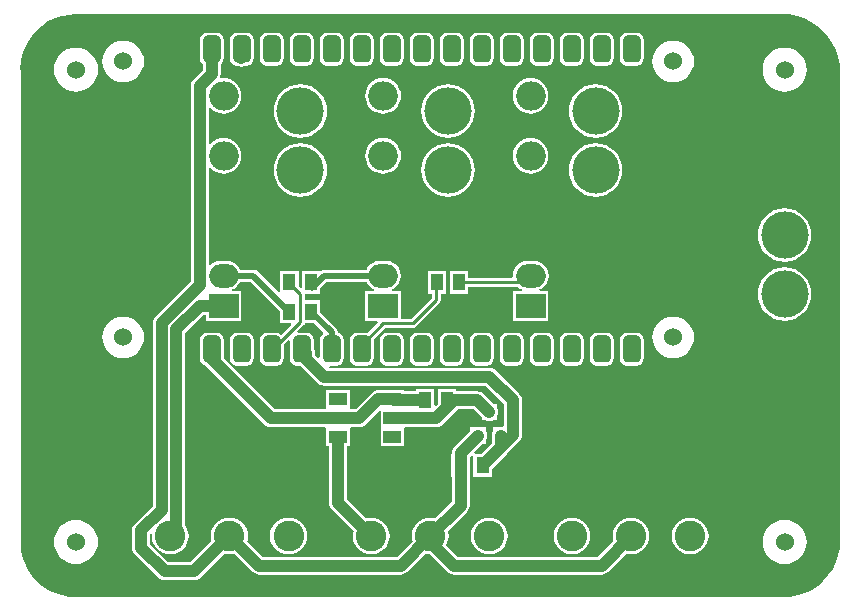
<source format=gtl>
G04*
G04 #@! TF.GenerationSoftware,Altium Limited,CircuitMaker,2.2.0 (2.2.0.5)*
G04*
G04 Layer_Physical_Order=1*
G04 Layer_Color=25308*
%FSLAX25Y25*%
%MOIN*%
G70*
G04*
G04 #@! TF.SameCoordinates,81B0039B-3CC0-4BB0-BBFD-AD45440123D6*
G04*
G04*
G04 #@! TF.FilePolarity,Positive*
G04*
G01*
G75*
%ADD10C,0.00984*%
%ADD13R,0.04134X0.05709*%
%ADD14R,0.03150X0.03543*%
%ADD15R,0.05905X0.03937*%
%ADD23C,0.06000*%
%ADD27C,0.03937*%
%ADD28C,0.01968*%
%ADD29R,0.09842X0.07874*%
%ADD30O,0.09842X0.07874*%
%ADD31O,0.09842X0.09842*%
G04:AMPARAMS|DCode=32|XSize=60mil|YSize=90mil|CornerRadius=15mil|HoleSize=0mil|Usage=FLASHONLY|Rotation=0.000|XOffset=0mil|YOffset=0mil|HoleType=Round|Shape=RoundedRectangle|*
%AMROUNDEDRECTD32*
21,1,0.06000,0.06000,0,0,0.0*
21,1,0.03000,0.09000,0,0,0.0*
1,1,0.03000,0.01500,-0.03000*
1,1,0.03000,-0.01500,-0.03000*
1,1,0.03000,-0.01500,0.03000*
1,1,0.03000,0.01500,0.03000*
%
%ADD32ROUNDEDRECTD32*%
%ADD33C,0.15748*%
%ADD34C,0.10236*%
G36*
X354272Y313718D02*
X354272Y313718D01*
X354272Y313718D01*
X355890Y313612D01*
X358390Y313115D01*
X360804Y312296D01*
X363090Y311168D01*
X365210Y309752D01*
X367126Y308071D01*
X368807Y306155D01*
X370223Y304035D01*
X371351Y301749D01*
X372170Y299335D01*
X372667Y296835D01*
X372834Y294291D01*
X372773Y293366D01*
X372773Y293366D01*
X372795Y293265D01*
Y137795D01*
X372815Y137696D01*
X372698Y135901D01*
X372211Y133452D01*
X371408Y131088D01*
X370304Y128849D01*
X368917Y126774D01*
X367271Y124897D01*
X365394Y123251D01*
X363319Y121864D01*
X361080Y120760D01*
X358716Y119958D01*
X356268Y119471D01*
X353777Y119307D01*
X353217Y119344D01*
Y119344D01*
X352728Y119331D01*
X118110D01*
X118061Y119321D01*
X115698Y119476D01*
X113328Y119947D01*
X111039Y120724D01*
X108871Y121793D01*
X106862Y123136D01*
X105044Y124730D01*
X103451Y126547D01*
X102108Y128556D01*
X101039Y130724D01*
X100262Y133013D01*
X99791Y135383D01*
X99665Y137299D01*
X99646Y137795D01*
X99646Y137795D01*
X99646Y138288D01*
Y295276D01*
X99636Y295325D01*
X99791Y297687D01*
X100262Y300058D01*
X101039Y302347D01*
X102108Y304515D01*
X103451Y306524D01*
X105044Y308341D01*
X106862Y309935D01*
X108871Y311278D01*
X111039Y312347D01*
X113328Y313124D01*
X115698Y313595D01*
X117618Y313721D01*
X118110Y313740D01*
Y313740D01*
X118110Y313740D01*
X354251D01*
X354272Y313718D01*
D02*
G37*
%LPC*%
G36*
X304886Y307518D02*
X301886D01*
X300910Y307324D01*
X300083Y306771D01*
X299531Y305944D01*
X299337Y304969D01*
Y298969D01*
X299531Y297993D01*
X300083Y297166D01*
X300910Y296614D01*
X301886Y296420D01*
X304886D01*
X305861Y296614D01*
X306688Y297166D01*
X307241Y297993D01*
X307435Y298969D01*
Y304969D01*
X307241Y305944D01*
X306688Y306771D01*
X305861Y307324D01*
X304886Y307518D01*
D02*
G37*
G36*
X294886D02*
X291886D01*
X290910Y307324D01*
X290083Y306771D01*
X289531Y305944D01*
X289337Y304969D01*
Y298969D01*
X289531Y297993D01*
X290083Y297166D01*
X290910Y296614D01*
X291886Y296420D01*
X294886D01*
X295861Y296614D01*
X296688Y297166D01*
X297241Y297993D01*
X297435Y298969D01*
Y304969D01*
X297241Y305944D01*
X296688Y306771D01*
X295861Y307324D01*
X294886Y307518D01*
D02*
G37*
G36*
X284886D02*
X281886D01*
X280910Y307324D01*
X280083Y306771D01*
X279531Y305944D01*
X279337Y304969D01*
Y298969D01*
X279531Y297993D01*
X280083Y297166D01*
X280910Y296614D01*
X281886Y296420D01*
X284886D01*
X285861Y296614D01*
X286688Y297166D01*
X287241Y297993D01*
X287435Y298969D01*
Y304969D01*
X287241Y305944D01*
X286688Y306771D01*
X285861Y307324D01*
X284886Y307518D01*
D02*
G37*
G36*
X274886D02*
X271886D01*
X270910Y307324D01*
X270083Y306771D01*
X269531Y305944D01*
X269337Y304969D01*
Y298969D01*
X269531Y297993D01*
X270083Y297166D01*
X270910Y296614D01*
X271886Y296420D01*
X274886D01*
X275861Y296614D01*
X276688Y297166D01*
X277241Y297993D01*
X277435Y298969D01*
Y304969D01*
X277241Y305944D01*
X276688Y306771D01*
X275861Y307324D01*
X274886Y307518D01*
D02*
G37*
G36*
X264886D02*
X261886D01*
X260910Y307324D01*
X260083Y306771D01*
X259531Y305944D01*
X259337Y304969D01*
Y298969D01*
X259531Y297993D01*
X260083Y297166D01*
X260910Y296614D01*
X261886Y296420D01*
X264886D01*
X265861Y296614D01*
X266688Y297166D01*
X267241Y297993D01*
X267435Y298969D01*
Y304969D01*
X267241Y305944D01*
X266688Y306771D01*
X265861Y307324D01*
X264886Y307518D01*
D02*
G37*
G36*
X254886D02*
X251886D01*
X250910Y307324D01*
X250083Y306771D01*
X249531Y305944D01*
X249337Y304969D01*
Y298969D01*
X249531Y297993D01*
X250083Y297166D01*
X250910Y296614D01*
X251886Y296420D01*
X254886D01*
X255861Y296614D01*
X256688Y297166D01*
X257241Y297993D01*
X257435Y298969D01*
Y304969D01*
X257241Y305944D01*
X256688Y306771D01*
X255861Y307324D01*
X254886Y307518D01*
D02*
G37*
G36*
X244886D02*
X241886D01*
X240910Y307324D01*
X240083Y306771D01*
X239531Y305944D01*
X239337Y304969D01*
Y298969D01*
X239531Y297993D01*
X240083Y297166D01*
X240910Y296614D01*
X241886Y296420D01*
X244886D01*
X245861Y296614D01*
X246688Y297166D01*
X247241Y297993D01*
X247435Y298969D01*
Y304969D01*
X247241Y305944D01*
X246688Y306771D01*
X245861Y307324D01*
X244886Y307518D01*
D02*
G37*
G36*
X234886D02*
X231886D01*
X230910Y307324D01*
X230083Y306771D01*
X229531Y305944D01*
X229337Y304969D01*
Y298969D01*
X229531Y297993D01*
X230083Y297166D01*
X230910Y296614D01*
X231886Y296420D01*
X234886D01*
X235861Y296614D01*
X236688Y297166D01*
X237241Y297993D01*
X237435Y298969D01*
Y304969D01*
X237241Y305944D01*
X236688Y306771D01*
X235861Y307324D01*
X234886Y307518D01*
D02*
G37*
G36*
X224886D02*
X221886D01*
X220910Y307324D01*
X220083Y306771D01*
X219531Y305944D01*
X219337Y304969D01*
Y298969D01*
X219531Y297993D01*
X220083Y297166D01*
X220910Y296614D01*
X221886Y296420D01*
X224886D01*
X225861Y296614D01*
X226688Y297166D01*
X227241Y297993D01*
X227435Y298969D01*
Y304969D01*
X227241Y305944D01*
X226688Y306771D01*
X225861Y307324D01*
X224886Y307518D01*
D02*
G37*
G36*
X214886D02*
X211886D01*
X210910Y307324D01*
X210083Y306771D01*
X209531Y305944D01*
X209337Y304969D01*
Y298969D01*
X209531Y297993D01*
X210083Y297166D01*
X210910Y296614D01*
X211886Y296420D01*
X214886D01*
X215861Y296614D01*
X216688Y297166D01*
X217241Y297993D01*
X217435Y298969D01*
Y304969D01*
X217241Y305944D01*
X216688Y306771D01*
X215861Y307324D01*
X214886Y307518D01*
D02*
G37*
G36*
X204886D02*
X201886D01*
X200910Y307324D01*
X200083Y306771D01*
X199531Y305944D01*
X199337Y304969D01*
Y298969D01*
X199531Y297993D01*
X200083Y297166D01*
X200910Y296614D01*
X201886Y296420D01*
X204886D01*
X205861Y296614D01*
X206688Y297166D01*
X207241Y297993D01*
X207435Y298969D01*
Y304969D01*
X207241Y305944D01*
X206688Y306771D01*
X205861Y307324D01*
X204886Y307518D01*
D02*
G37*
G36*
X194886D02*
X191886D01*
X190910Y307324D01*
X190083Y306771D01*
X189531Y305944D01*
X189337Y304969D01*
Y298969D01*
X189531Y297993D01*
X190083Y297166D01*
X190910Y296614D01*
X191886Y296420D01*
X194886D01*
X195861Y296614D01*
X196688Y297166D01*
X197241Y297993D01*
X197435Y298969D01*
Y304969D01*
X197241Y305944D01*
X196688Y306771D01*
X195861Y307324D01*
X194886Y307518D01*
D02*
G37*
G36*
X184886D02*
X181886D01*
X180910Y307324D01*
X180083Y306771D01*
X179531Y305944D01*
X179337Y304969D01*
Y298969D01*
X179531Y297993D01*
X180083Y297166D01*
X180910Y296614D01*
X181886Y296420D01*
X184886D01*
X185861Y296614D01*
X186688Y297166D01*
X187241Y297993D01*
X187435Y298969D01*
Y304969D01*
X187241Y305944D01*
X186688Y306771D01*
X185861Y307324D01*
X184886Y307518D01*
D02*
G37*
G36*
X174886D02*
X171886D01*
X170910Y307324D01*
X170083Y306771D01*
X169531Y305944D01*
X169337Y304969D01*
Y298969D01*
X169531Y297993D01*
X170083Y297166D01*
X170910Y296614D01*
X171886Y296420D01*
X172214D01*
X172453Y296321D01*
X173228Y296218D01*
X174003Y296321D01*
X174242Y296420D01*
X174886D01*
X175861Y296614D01*
X176688Y297166D01*
X177241Y297993D01*
X177435Y298969D01*
Y304969D01*
X177241Y305944D01*
X176688Y306771D01*
X175861Y307324D01*
X174886Y307518D01*
D02*
G37*
G36*
X317165Y304892D02*
X315812Y304758D01*
X314510Y304363D01*
X313310Y303722D01*
X312259Y302859D01*
X311396Y301808D01*
X310755Y300608D01*
X310360Y299307D01*
X310226Y297953D01*
X310360Y296599D01*
X310755Y295297D01*
X311396Y294098D01*
X312259Y293046D01*
X313310Y292183D01*
X314510Y291542D01*
X315812Y291147D01*
X317165Y291014D01*
X318519Y291147D01*
X319821Y291542D01*
X321020Y292183D01*
X322072Y293046D01*
X322935Y294098D01*
X323576Y295297D01*
X323971Y296599D01*
X324104Y297953D01*
X323971Y299307D01*
X323576Y300608D01*
X322935Y301808D01*
X322072Y302859D01*
X321020Y303722D01*
X319821Y304363D01*
X318519Y304758D01*
X317165Y304892D01*
D02*
G37*
G36*
X133858D02*
X132504Y304758D01*
X131203Y304363D01*
X130003Y303722D01*
X128952Y302859D01*
X128089Y301808D01*
X127447Y300608D01*
X127053Y299307D01*
X126919Y297953D01*
X127053Y296599D01*
X127447Y295297D01*
X128089Y294098D01*
X128952Y293046D01*
X130003Y292183D01*
X131203Y291542D01*
X132504Y291147D01*
X133858Y291014D01*
X135212Y291147D01*
X136514Y291542D01*
X137713Y292183D01*
X138765Y293046D01*
X139628Y294098D01*
X140269Y295297D01*
X140664Y296599D01*
X140797Y297953D01*
X140664Y299307D01*
X140269Y300608D01*
X139628Y301808D01*
X138765Y302859D01*
X137713Y303722D01*
X136514Y304363D01*
X135212Y304758D01*
X133858Y304892D01*
D02*
G37*
G36*
X354331Y302610D02*
X352900Y302469D01*
X351524Y302052D01*
X350256Y301374D01*
X349145Y300462D01*
X348232Y299350D01*
X347555Y298082D01*
X347137Y296707D01*
X346996Y295276D01*
X347137Y293845D01*
X347555Y292469D01*
X348232Y291201D01*
X349145Y290089D01*
X350256Y289177D01*
X351524Y288499D01*
X352900Y288082D01*
X354331Y287941D01*
X355762Y288082D01*
X357138Y288499D01*
X358406Y289177D01*
X359517Y290089D01*
X360429Y291201D01*
X361107Y292469D01*
X361524Y293845D01*
X361665Y295276D01*
X361524Y296707D01*
X361107Y298082D01*
X360429Y299350D01*
X359517Y300462D01*
X358406Y301374D01*
X357138Y302052D01*
X355762Y302469D01*
X354331Y302610D01*
D02*
G37*
G36*
X118110D02*
X116679Y302469D01*
X115303Y302052D01*
X114035Y301374D01*
X112924Y300462D01*
X112012Y299350D01*
X111334Y298082D01*
X110917Y296707D01*
X110776Y295276D01*
X110917Y293845D01*
X111334Y292469D01*
X112012Y291201D01*
X112924Y290089D01*
X114035Y289177D01*
X115303Y288499D01*
X116679Y288082D01*
X118110Y287941D01*
X119541Y288082D01*
X120917Y288499D01*
X122185Y289177D01*
X123296Y290089D01*
X124209Y291201D01*
X124886Y292469D01*
X125304Y293845D01*
X125445Y295276D01*
X125304Y296707D01*
X124886Y298082D01*
X124209Y299350D01*
X123296Y300462D01*
X122185Y301374D01*
X120917Y302052D01*
X119541Y302469D01*
X118110Y302610D01*
D02*
G37*
G36*
X269685Y292485D02*
X268524Y292371D01*
X267408Y292032D01*
X266379Y291483D01*
X265478Y290743D01*
X264738Y289841D01*
X264188Y288812D01*
X263849Y287696D01*
X263735Y286535D01*
X263849Y285375D01*
X264188Y284259D01*
X264738Y283230D01*
X265478Y282328D01*
X266379Y281588D01*
X267408Y281038D01*
X268524Y280700D01*
X269685Y280586D01*
X270846Y280700D01*
X271962Y281038D01*
X272991Y281588D01*
X273892Y282328D01*
X274632Y283230D01*
X275182Y284259D01*
X275521Y285375D01*
X275635Y286535D01*
X275521Y287696D01*
X275182Y288812D01*
X274632Y289841D01*
X273892Y290743D01*
X272991Y291483D01*
X271962Y292032D01*
X270846Y292371D01*
X269685Y292485D01*
D02*
G37*
G36*
X220472D02*
X219312Y292371D01*
X218196Y292032D01*
X217167Y291483D01*
X216265Y290743D01*
X215525Y289841D01*
X214975Y288812D01*
X214637Y287696D01*
X214523Y286535D01*
X214637Y285375D01*
X214975Y284259D01*
X215525Y283230D01*
X216265Y282328D01*
X217167Y281588D01*
X218196Y281038D01*
X219312Y280700D01*
X220472Y280586D01*
X221633Y280700D01*
X222749Y281038D01*
X223778Y281588D01*
X224680Y282328D01*
X225420Y283230D01*
X225969Y284259D01*
X226308Y285375D01*
X226422Y286535D01*
X226308Y287696D01*
X225969Y288812D01*
X225420Y289841D01*
X224680Y290743D01*
X223778Y291483D01*
X222749Y292032D01*
X221633Y292371D01*
X220472Y292485D01*
D02*
G37*
G36*
X164886Y307518D02*
X161886D01*
X160910Y307324D01*
X160083Y306771D01*
X159531Y305944D01*
X159337Y304969D01*
Y298969D01*
X159531Y297993D01*
X160083Y297166D01*
X160392Y296960D01*
Y294996D01*
X157316Y291921D01*
X156840Y291301D01*
X156541Y290578D01*
X156439Y289804D01*
Y224742D01*
X144521Y212824D01*
X144045Y212204D01*
X143746Y211481D01*
X143644Y210706D01*
Y149846D01*
X137647Y143849D01*
X137171Y143229D01*
X136872Y142507D01*
X136770Y141732D01*
Y135827D01*
X136872Y135052D01*
X137171Y134330D01*
X137647Y133710D01*
X145521Y125836D01*
X146141Y125360D01*
X146863Y125061D01*
X147638Y124959D01*
X157480D01*
X158255Y125061D01*
X158977Y125360D01*
X159598Y125836D01*
X167635Y133873D01*
X168092Y133734D01*
X169291Y133616D01*
X170491Y133734D01*
X170948Y133873D01*
X177017Y127804D01*
X177637Y127328D01*
X178359Y127029D01*
X179134Y126927D01*
X226378D01*
X227153Y127029D01*
X227875Y127328D01*
X228495Y127804D01*
X234564Y133873D01*
X235021Y133734D01*
X236159Y133622D01*
X241977Y127804D01*
X242597Y127328D01*
X243320Y127029D01*
X244094Y126927D01*
X293307D01*
X294082Y127029D01*
X294804Y127328D01*
X295424Y127804D01*
X301493Y133873D01*
X301950Y133734D01*
X303150Y133616D01*
X304349Y133734D01*
X305502Y134084D01*
X306565Y134652D01*
X307497Y135417D01*
X308261Y136348D01*
X308829Y137411D01*
X309179Y138564D01*
X309297Y139764D01*
X309179Y140963D01*
X308829Y142116D01*
X308261Y143179D01*
X307497Y144111D01*
X306565Y144875D01*
X305502Y145443D01*
X304349Y145793D01*
X303150Y145912D01*
X301950Y145793D01*
X300797Y145443D01*
X299734Y144875D01*
X298802Y144111D01*
X298038Y143179D01*
X297470Y142116D01*
X297120Y140963D01*
X297002Y139764D01*
X297120Y138564D01*
X297259Y138107D01*
X292067Y132915D01*
X245335D01*
X241530Y136720D01*
X241900Y137411D01*
X242250Y138564D01*
X242368Y139764D01*
X242250Y140963D01*
X242111Y141420D01*
X248475Y147784D01*
X248951Y148405D01*
X249250Y149127D01*
X249352Y149902D01*
Y159531D01*
X249425D01*
Y166254D01*
X250075Y166903D01*
X250575Y166696D01*
Y159531D01*
X256709D01*
Y162218D01*
X261763Y167273D01*
X265897Y171406D01*
X266372Y172027D01*
X266672Y172749D01*
X266774Y173524D01*
Y185039D01*
X266672Y185814D01*
X266372Y186536D01*
X265897Y187156D01*
X258023Y195030D01*
X257403Y195506D01*
X256680Y195806D01*
X255906Y195907D01*
X202552D01*
X202544Y195920D01*
X202811Y196420D01*
X204886D01*
X205861Y196614D01*
X206688Y197166D01*
X207241Y197993D01*
X207435Y198969D01*
Y204969D01*
X207241Y205944D01*
X206688Y206771D01*
X205861Y207324D01*
X205409Y207413D01*
Y207736D01*
X205255Y208510D01*
X204816Y209167D01*
X199622Y214361D01*
Y218421D01*
X194435D01*
Y220472D01*
X194503Y220555D01*
X196160D01*
X196850Y220418D01*
X197541Y220555D01*
X199622D01*
Y222352D01*
X201783Y224512D01*
X214982D01*
X215176Y224046D01*
X215967Y223014D01*
X216998Y222223D01*
X217603Y221972D01*
X217504Y221472D01*
X214551D01*
Y211598D01*
X218636D01*
X218828Y211137D01*
X215155Y207464D01*
X214886Y207518D01*
X211886D01*
X210910Y207324D01*
X210083Y206771D01*
X209531Y205944D01*
X209337Y204969D01*
Y198969D01*
X209531Y197993D01*
X210083Y197166D01*
X210910Y196614D01*
X211886Y196420D01*
X214886D01*
X215861Y196614D01*
X216688Y197166D01*
X217241Y197993D01*
X217435Y198969D01*
Y204969D01*
X217356Y205362D01*
X221103Y209109D01*
X230315D01*
X230897Y209224D01*
X231391Y209554D01*
X239265Y217428D01*
X239265Y217428D01*
X239595Y217922D01*
X239710Y218504D01*
X239710Y218504D01*
Y220555D01*
X241551D01*
Y228264D01*
X235417D01*
Y220555D01*
X236668D01*
Y219134D01*
X229685Y212151D01*
X226394D01*
Y221472D01*
X223441D01*
X223342Y221972D01*
X223946Y222223D01*
X224978Y223014D01*
X225769Y224046D01*
X226267Y225247D01*
X226436Y226535D01*
X226267Y227824D01*
X225769Y229025D01*
X224978Y230057D01*
X223946Y230848D01*
X222745Y231345D01*
X221457Y231515D01*
X219488D01*
X218199Y231345D01*
X216998Y230848D01*
X215967Y230057D01*
X215176Y229025D01*
X214982Y228559D01*
X200945D01*
X200171Y228405D01*
X199810Y228163D01*
X199622Y228264D01*
Y228264D01*
X193488D01*
Y222702D01*
X193026Y222511D01*
X192339Y223199D01*
Y228264D01*
X186205D01*
Y221202D01*
X185705Y220995D01*
X178734Y227966D01*
X178077Y228405D01*
X177303Y228559D01*
X172813D01*
X172620Y229025D01*
X171828Y230057D01*
X170797Y230848D01*
X169596Y231345D01*
X168307Y231515D01*
X166339D01*
X165050Y231345D01*
X163849Y230848D01*
X162927Y230141D01*
X162427Y230304D01*
Y262425D01*
X162898Y262593D01*
X163116Y262328D01*
X164017Y261588D01*
X165046Y261038D01*
X166162Y260700D01*
X167323Y260585D01*
X168484Y260700D01*
X169600Y261038D01*
X170628Y261588D01*
X171530Y262328D01*
X172270Y263230D01*
X172820Y264259D01*
X173158Y265375D01*
X173273Y266535D01*
X173158Y267696D01*
X172820Y268812D01*
X172270Y269841D01*
X171530Y270743D01*
X170628Y271483D01*
X169600Y272032D01*
X168484Y272371D01*
X167323Y272485D01*
X166162Y272371D01*
X165046Y272032D01*
X164017Y271483D01*
X163116Y270743D01*
X162898Y270477D01*
X162427Y270646D01*
Y282425D01*
X162898Y282593D01*
X163116Y282328D01*
X164017Y281588D01*
X165046Y281038D01*
X166162Y280700D01*
X167323Y280586D01*
X168484Y280700D01*
X169600Y281038D01*
X170628Y281588D01*
X171530Y282328D01*
X172270Y283230D01*
X172820Y284259D01*
X173158Y285375D01*
X173273Y286535D01*
X173158Y287696D01*
X172820Y288812D01*
X172270Y289841D01*
X171530Y290743D01*
X170628Y291483D01*
X169600Y292032D01*
X168484Y292371D01*
X167323Y292485D01*
X166584Y292412D01*
X166236Y292881D01*
X166278Y292981D01*
X166380Y293756D01*
Y296960D01*
X166688Y297166D01*
X167241Y297993D01*
X167435Y298969D01*
Y304969D01*
X167241Y305944D01*
X166688Y306771D01*
X165861Y307324D01*
X164886Y307518D01*
D02*
G37*
G36*
X291339Y290413D02*
X289599Y290242D01*
X287926Y289734D01*
X286385Y288910D01*
X285033Y287801D01*
X283924Y286450D01*
X283100Y284908D01*
X282593Y283236D01*
X282422Y281496D01*
X282593Y279756D01*
X283100Y278084D01*
X283924Y276542D01*
X285033Y275191D01*
X286385Y274082D01*
X287926Y273258D01*
X289599Y272750D01*
X291339Y272579D01*
X293078Y272750D01*
X294751Y273258D01*
X296293Y274082D01*
X297644Y275191D01*
X298753Y276542D01*
X299577Y278084D01*
X300084Y279756D01*
X300255Y281496D01*
X300084Y283236D01*
X299577Y284908D01*
X298753Y286450D01*
X297644Y287801D01*
X296293Y288910D01*
X294751Y289734D01*
X293078Y290242D01*
X291339Y290413D01*
D02*
G37*
G36*
X242126D02*
X240386Y290242D01*
X238714Y289734D01*
X237172Y288910D01*
X235821Y287801D01*
X234712Y286450D01*
X233888Y284908D01*
X233380Y283236D01*
X233209Y281496D01*
X233380Y279756D01*
X233888Y278084D01*
X234712Y276542D01*
X235821Y275191D01*
X237172Y274082D01*
X238714Y273258D01*
X240386Y272750D01*
X242126Y272579D01*
X243866Y272750D01*
X245538Y273258D01*
X247080Y274082D01*
X248431Y275191D01*
X249540Y276542D01*
X250364Y278084D01*
X250872Y279756D01*
X251043Y281496D01*
X250872Y283236D01*
X250364Y284908D01*
X249540Y286450D01*
X248431Y287801D01*
X247080Y288910D01*
X245538Y289734D01*
X243866Y290242D01*
X242126Y290413D01*
D02*
G37*
G36*
X192913D02*
X191174Y290242D01*
X189501Y289734D01*
X187959Y288910D01*
X186608Y287801D01*
X185499Y286450D01*
X184675Y284908D01*
X184168Y283236D01*
X183996Y281496D01*
X184168Y279756D01*
X184675Y278084D01*
X185499Y276542D01*
X186608Y275191D01*
X187959Y274082D01*
X189501Y273258D01*
X191174Y272750D01*
X192913Y272579D01*
X194653Y272750D01*
X196326Y273258D01*
X197867Y274082D01*
X199219Y275191D01*
X200328Y276542D01*
X201152Y278084D01*
X201659Y279756D01*
X201830Y281496D01*
X201659Y283236D01*
X201152Y284908D01*
X200328Y286450D01*
X199219Y287801D01*
X197867Y288910D01*
X196326Y289734D01*
X194653Y290242D01*
X192913Y290413D01*
D02*
G37*
G36*
X269685Y272485D02*
X268524Y272371D01*
X267408Y272032D01*
X266379Y271483D01*
X265478Y270743D01*
X264738Y269841D01*
X264188Y268812D01*
X263849Y267696D01*
X263735Y266535D01*
X263849Y265375D01*
X264188Y264259D01*
X264738Y263230D01*
X265478Y262328D01*
X266379Y261588D01*
X267408Y261038D01*
X268524Y260700D01*
X269685Y260585D01*
X270846Y260700D01*
X271962Y261038D01*
X272991Y261588D01*
X273892Y262328D01*
X274632Y263230D01*
X275182Y264259D01*
X275521Y265375D01*
X275635Y266535D01*
X275521Y267696D01*
X275182Y268812D01*
X274632Y269841D01*
X273892Y270743D01*
X272991Y271483D01*
X271962Y272032D01*
X270846Y272371D01*
X269685Y272485D01*
D02*
G37*
G36*
X220472D02*
X219312Y272371D01*
X218196Y272032D01*
X217167Y271483D01*
X216265Y270743D01*
X215525Y269841D01*
X214975Y268812D01*
X214637Y267696D01*
X214523Y266535D01*
X214637Y265375D01*
X214975Y264259D01*
X215525Y263230D01*
X216265Y262328D01*
X217167Y261588D01*
X218196Y261038D01*
X219312Y260700D01*
X220472Y260585D01*
X221633Y260700D01*
X222749Y261038D01*
X223778Y261588D01*
X224680Y262328D01*
X225420Y263230D01*
X225969Y264259D01*
X226308Y265375D01*
X226422Y266535D01*
X226308Y267696D01*
X225969Y268812D01*
X225420Y269841D01*
X224680Y270743D01*
X223778Y271483D01*
X222749Y272032D01*
X221633Y272371D01*
X220472Y272485D01*
D02*
G37*
G36*
X291339Y270728D02*
X289599Y270557D01*
X287926Y270049D01*
X286385Y269225D01*
X285033Y268116D01*
X283924Y266765D01*
X283100Y265223D01*
X282593Y263551D01*
X282422Y261811D01*
X282593Y260071D01*
X283100Y258399D01*
X283924Y256857D01*
X285033Y255506D01*
X286385Y254397D01*
X287926Y253573D01*
X289599Y253065D01*
X291339Y252894D01*
X293078Y253065D01*
X294751Y253573D01*
X296293Y254397D01*
X297644Y255506D01*
X298753Y256857D01*
X299577Y258399D01*
X300084Y260071D01*
X300255Y261811D01*
X300084Y263551D01*
X299577Y265223D01*
X298753Y266765D01*
X297644Y268116D01*
X296293Y269225D01*
X294751Y270049D01*
X293078Y270557D01*
X291339Y270728D01*
D02*
G37*
G36*
X242126D02*
X240386Y270557D01*
X238714Y270049D01*
X237172Y269225D01*
X235821Y268116D01*
X234712Y266765D01*
X233888Y265223D01*
X233380Y263551D01*
X233209Y261811D01*
X233380Y260071D01*
X233888Y258399D01*
X234712Y256857D01*
X235821Y255506D01*
X237172Y254397D01*
X238714Y253573D01*
X240386Y253065D01*
X242126Y252894D01*
X243866Y253065D01*
X245538Y253573D01*
X247080Y254397D01*
X248431Y255506D01*
X249540Y256857D01*
X250364Y258399D01*
X250872Y260071D01*
X251043Y261811D01*
X250872Y263551D01*
X250364Y265223D01*
X249540Y266765D01*
X248431Y268116D01*
X247080Y269225D01*
X245538Y270049D01*
X243866Y270557D01*
X242126Y270728D01*
D02*
G37*
G36*
X192913D02*
X191174Y270557D01*
X189501Y270049D01*
X187959Y269225D01*
X186608Y268116D01*
X185499Y266765D01*
X184675Y265223D01*
X184168Y263551D01*
X183996Y261811D01*
X184168Y260071D01*
X184675Y258399D01*
X185499Y256857D01*
X186608Y255506D01*
X187959Y254397D01*
X189501Y253573D01*
X191174Y253065D01*
X192913Y252894D01*
X194653Y253065D01*
X196326Y253573D01*
X197867Y254397D01*
X199219Y255506D01*
X200328Y256857D01*
X201152Y258399D01*
X201659Y260071D01*
X201830Y261811D01*
X201659Y263551D01*
X201152Y265223D01*
X200328Y266765D01*
X199219Y268116D01*
X197867Y269225D01*
X196326Y270049D01*
X194653Y270557D01*
X192913Y270728D01*
D02*
G37*
G36*
X354331Y249074D02*
X352591Y248903D01*
X350918Y248396D01*
X349377Y247572D01*
X348025Y246463D01*
X346917Y245111D01*
X346093Y243570D01*
X345585Y241897D01*
X345414Y240158D01*
X345585Y238418D01*
X346093Y236745D01*
X346917Y235204D01*
X348025Y233852D01*
X349377Y232743D01*
X350918Y231919D01*
X352591Y231412D01*
X354331Y231241D01*
X356070Y231412D01*
X357743Y231919D01*
X359285Y232743D01*
X360636Y233852D01*
X361745Y235204D01*
X362569Y236745D01*
X363076Y238418D01*
X363248Y240158D01*
X363076Y241897D01*
X362569Y243570D01*
X361745Y245111D01*
X360636Y246463D01*
X359285Y247572D01*
X357743Y248396D01*
X356070Y248903D01*
X354331Y249074D01*
D02*
G37*
G36*
X270669Y231515D02*
X268701D01*
X267412Y231345D01*
X266211Y230848D01*
X265180Y230057D01*
X264388Y229025D01*
X263891Y227824D01*
X263721Y226535D01*
X263751Y226307D01*
X263422Y225931D01*
X248835D01*
Y228264D01*
X242701D01*
Y220555D01*
X248835D01*
Y222888D01*
X265344D01*
X266211Y222223D01*
X266816Y221972D01*
X266716Y221472D01*
X263764D01*
Y211598D01*
X275606D01*
Y221472D01*
X272654D01*
X272554Y221972D01*
X273159Y222223D01*
X274190Y223014D01*
X274982Y224046D01*
X275479Y225247D01*
X275649Y226535D01*
X275479Y227824D01*
X274982Y229025D01*
X274190Y230057D01*
X273159Y230848D01*
X271958Y231345D01*
X270669Y231515D01*
D02*
G37*
G36*
X354331Y229389D02*
X352591Y229218D01*
X350918Y228711D01*
X349377Y227887D01*
X348025Y226778D01*
X346917Y225426D01*
X346093Y223885D01*
X345585Y222212D01*
X345414Y220472D01*
X345585Y218733D01*
X346093Y217060D01*
X346917Y215518D01*
X348025Y214167D01*
X349377Y213058D01*
X350918Y212234D01*
X352591Y211727D01*
X354331Y211556D01*
X356070Y211727D01*
X357743Y212234D01*
X359285Y213058D01*
X360636Y214167D01*
X361745Y215518D01*
X362569Y217060D01*
X363076Y218733D01*
X363248Y220472D01*
X363076Y222212D01*
X362569Y223885D01*
X361745Y225426D01*
X360636Y226778D01*
X359285Y227887D01*
X357743Y228711D01*
X356070Y229218D01*
X354331Y229389D01*
D02*
G37*
G36*
X317165Y212923D02*
X315812Y212790D01*
X314510Y212395D01*
X313310Y211754D01*
X312259Y210891D01*
X311396Y209839D01*
X310755Y208640D01*
X310360Y207338D01*
X310226Y205984D01*
X310360Y204630D01*
X310755Y203329D01*
X311396Y202129D01*
X312259Y201078D01*
X313310Y200215D01*
X314510Y199574D01*
X315812Y199179D01*
X317165Y199045D01*
X318519Y199179D01*
X319821Y199574D01*
X321020Y200215D01*
X322072Y201078D01*
X322935Y202129D01*
X323576Y203329D01*
X323971Y204630D01*
X324104Y205984D01*
X323971Y207338D01*
X323576Y208640D01*
X322935Y209839D01*
X322072Y210891D01*
X321020Y211754D01*
X319821Y212395D01*
X318519Y212790D01*
X317165Y212923D01*
D02*
G37*
G36*
X133858D02*
X132504Y212790D01*
X131203Y212395D01*
X130003Y211754D01*
X128952Y210891D01*
X128089Y209839D01*
X127447Y208640D01*
X127053Y207338D01*
X126919Y205984D01*
X127053Y204630D01*
X127447Y203329D01*
X128089Y202129D01*
X128952Y201078D01*
X130003Y200215D01*
X131203Y199574D01*
X132504Y199179D01*
X133858Y199045D01*
X135212Y199179D01*
X136514Y199574D01*
X137713Y200215D01*
X138765Y201078D01*
X139628Y202129D01*
X140269Y203329D01*
X140664Y204630D01*
X140797Y205984D01*
X140664Y207338D01*
X140269Y208640D01*
X139628Y209839D01*
X138765Y210891D01*
X137713Y211754D01*
X136514Y212395D01*
X135212Y212790D01*
X133858Y212923D01*
D02*
G37*
G36*
X304886Y207518D02*
X301886D01*
X300910Y207324D01*
X300083Y206771D01*
X299531Y205944D01*
X299337Y204969D01*
Y198969D01*
X299531Y197993D01*
X300083Y197166D01*
X300910Y196614D01*
X301886Y196420D01*
X304886D01*
X305861Y196614D01*
X306688Y197166D01*
X307241Y197993D01*
X307435Y198969D01*
Y204969D01*
X307241Y205944D01*
X306688Y206771D01*
X305861Y207324D01*
X304886Y207518D01*
D02*
G37*
G36*
X294886D02*
X291886D01*
X290910Y207324D01*
X290083Y206771D01*
X289531Y205944D01*
X289337Y204969D01*
Y198969D01*
X289531Y197993D01*
X290083Y197166D01*
X290910Y196614D01*
X291886Y196420D01*
X294886D01*
X295861Y196614D01*
X296688Y197166D01*
X297241Y197993D01*
X297435Y198969D01*
Y204969D01*
X297241Y205944D01*
X296688Y206771D01*
X295861Y207324D01*
X294886Y207518D01*
D02*
G37*
G36*
X284886D02*
X281886D01*
X280910Y207324D01*
X280083Y206771D01*
X279531Y205944D01*
X279337Y204969D01*
Y198969D01*
X279531Y197993D01*
X280083Y197166D01*
X280910Y196614D01*
X281886Y196420D01*
X284886D01*
X285861Y196614D01*
X286688Y197166D01*
X287241Y197993D01*
X287435Y198969D01*
Y204969D01*
X287241Y205944D01*
X286688Y206771D01*
X285861Y207324D01*
X284886Y207518D01*
D02*
G37*
G36*
X274886D02*
X271886D01*
X270910Y207324D01*
X270083Y206771D01*
X269531Y205944D01*
X269337Y204969D01*
Y198969D01*
X269531Y197993D01*
X270083Y197166D01*
X270910Y196614D01*
X271886Y196420D01*
X274886D01*
X275861Y196614D01*
X276688Y197166D01*
X277241Y197993D01*
X277435Y198969D01*
Y204969D01*
X277241Y205944D01*
X276688Y206771D01*
X275861Y207324D01*
X274886Y207518D01*
D02*
G37*
G36*
X264886D02*
X261886D01*
X260910Y207324D01*
X260083Y206771D01*
X259531Y205944D01*
X259337Y204969D01*
Y198969D01*
X259531Y197993D01*
X260083Y197166D01*
X260910Y196614D01*
X261886Y196420D01*
X264886D01*
X265861Y196614D01*
X266688Y197166D01*
X267241Y197993D01*
X267435Y198969D01*
Y204969D01*
X267241Y205944D01*
X266688Y206771D01*
X265861Y207324D01*
X264886Y207518D01*
D02*
G37*
G36*
X254886D02*
X251886D01*
X250910Y207324D01*
X250083Y206771D01*
X249531Y205944D01*
X249337Y204969D01*
Y198969D01*
X249531Y197993D01*
X250083Y197166D01*
X250910Y196614D01*
X251886Y196420D01*
X254886D01*
X255861Y196614D01*
X256688Y197166D01*
X257241Y197993D01*
X257435Y198969D01*
Y204969D01*
X257241Y205944D01*
X256688Y206771D01*
X255861Y207324D01*
X254886Y207518D01*
D02*
G37*
G36*
X244886D02*
X241886D01*
X240910Y207324D01*
X240083Y206771D01*
X239531Y205944D01*
X239337Y204969D01*
Y198969D01*
X239531Y197993D01*
X240083Y197166D01*
X240910Y196614D01*
X241886Y196420D01*
X244886D01*
X245861Y196614D01*
X246688Y197166D01*
X247241Y197993D01*
X247435Y198969D01*
Y204969D01*
X247241Y205944D01*
X246688Y206771D01*
X245861Y207324D01*
X244886Y207518D01*
D02*
G37*
G36*
X234886D02*
X231886D01*
X230910Y207324D01*
X230083Y206771D01*
X229531Y205944D01*
X229337Y204969D01*
Y198969D01*
X229531Y197993D01*
X230083Y197166D01*
X230910Y196614D01*
X231886Y196420D01*
X234886D01*
X235861Y196614D01*
X236688Y197166D01*
X237241Y197993D01*
X237435Y198969D01*
Y204969D01*
X237241Y205944D01*
X236688Y206771D01*
X235861Y207324D01*
X234886Y207518D01*
D02*
G37*
G36*
X224886D02*
X221886D01*
X220910Y207324D01*
X220083Y206771D01*
X219531Y205944D01*
X219337Y204969D01*
Y198969D01*
X219531Y197993D01*
X220083Y197166D01*
X220910Y196614D01*
X221886Y196420D01*
X224886D01*
X225861Y196614D01*
X226688Y197166D01*
X227241Y197993D01*
X227435Y198969D01*
Y204969D01*
X227241Y205944D01*
X226688Y206771D01*
X225861Y207324D01*
X224886Y207518D01*
D02*
G37*
G36*
X322835Y145912D02*
X321635Y145793D01*
X320482Y145443D01*
X319419Y144875D01*
X318488Y144111D01*
X317723Y143179D01*
X317155Y142116D01*
X316805Y140963D01*
X316687Y139764D01*
X316805Y138564D01*
X317155Y137411D01*
X317723Y136348D01*
X318488Y135417D01*
X319419Y134652D01*
X320482Y134084D01*
X321635Y133734D01*
X322835Y133616D01*
X324034Y133734D01*
X325187Y134084D01*
X326250Y134652D01*
X327182Y135417D01*
X327946Y136348D01*
X328514Y137411D01*
X328864Y138564D01*
X328982Y139764D01*
X328864Y140963D01*
X328514Y142116D01*
X327946Y143179D01*
X327182Y144111D01*
X326250Y144875D01*
X325187Y145443D01*
X324034Y145793D01*
X322835Y145912D01*
D02*
G37*
G36*
X283465D02*
X282265Y145793D01*
X281112Y145443D01*
X280049Y144875D01*
X279117Y144111D01*
X278353Y143179D01*
X277785Y142116D01*
X277435Y140963D01*
X277317Y139764D01*
X277435Y138564D01*
X277785Y137411D01*
X278353Y136348D01*
X279117Y135417D01*
X280049Y134652D01*
X281112Y134084D01*
X282265Y133734D01*
X283465Y133616D01*
X284664Y133734D01*
X285817Y134084D01*
X286880Y134652D01*
X287812Y135417D01*
X288576Y136348D01*
X289144Y137411D01*
X289494Y138564D01*
X289612Y139764D01*
X289494Y140963D01*
X289144Y142116D01*
X288576Y143179D01*
X287812Y144111D01*
X286880Y144875D01*
X285817Y145443D01*
X284664Y145793D01*
X283465Y145912D01*
D02*
G37*
G36*
X255906D02*
X254706Y145793D01*
X253553Y145443D01*
X252490Y144875D01*
X251558Y144111D01*
X250794Y143179D01*
X250226Y142116D01*
X249876Y140963D01*
X249758Y139764D01*
X249876Y138564D01*
X250226Y137411D01*
X250794Y136348D01*
X251558Y135417D01*
X252490Y134652D01*
X253553Y134084D01*
X254706Y133734D01*
X255906Y133616D01*
X257105Y133734D01*
X258258Y134084D01*
X259321Y134652D01*
X260253Y135417D01*
X261017Y136348D01*
X261585Y137411D01*
X261935Y138564D01*
X262053Y139764D01*
X261935Y140963D01*
X261585Y142116D01*
X261017Y143179D01*
X260253Y144111D01*
X259321Y144875D01*
X258258Y145443D01*
X257105Y145793D01*
X255906Y145912D01*
D02*
G37*
G36*
X354331Y145130D02*
X352900Y144989D01*
X351524Y144571D01*
X350256Y143894D01*
X349145Y142982D01*
X348232Y141870D01*
X347555Y140602D01*
X347137Y139226D01*
X346996Y137795D01*
X347137Y136364D01*
X347555Y134988D01*
X348232Y133720D01*
X349145Y132609D01*
X350256Y131697D01*
X351524Y131019D01*
X352900Y130602D01*
X354331Y130461D01*
X355762Y130602D01*
X357138Y131019D01*
X358406Y131697D01*
X359517Y132609D01*
X360429Y133720D01*
X361107Y134988D01*
X361524Y136364D01*
X361665Y137795D01*
X361524Y139226D01*
X361107Y140602D01*
X360429Y141870D01*
X359517Y142982D01*
X358406Y143894D01*
X357138Y144571D01*
X355762Y144989D01*
X354331Y145130D01*
D02*
G37*
G36*
X118110D02*
X116679Y144989D01*
X115303Y144571D01*
X114035Y143894D01*
X112924Y142982D01*
X112012Y141870D01*
X111334Y140602D01*
X110917Y139226D01*
X110776Y137795D01*
X110917Y136364D01*
X111334Y134988D01*
X112012Y133720D01*
X112924Y132609D01*
X114035Y131697D01*
X115303Y131019D01*
X116679Y130602D01*
X118110Y130461D01*
X119541Y130602D01*
X120917Y131019D01*
X122185Y131697D01*
X123296Y132609D01*
X124209Y133720D01*
X124886Y134988D01*
X125304Y136364D01*
X125445Y137795D01*
X125304Y139226D01*
X124886Y140602D01*
X124209Y141870D01*
X123296Y142982D01*
X122185Y143894D01*
X120917Y144571D01*
X119541Y144989D01*
X118110Y145130D01*
D02*
G37*
%LPD*%
G36*
X186205Y214773D02*
Y210713D01*
X189644D01*
X189835Y210251D01*
X186489Y206904D01*
X185861Y207324D01*
X184886Y207518D01*
X181886D01*
X180910Y207324D01*
X180083Y206771D01*
X179531Y205944D01*
X179337Y204969D01*
Y198969D01*
X179531Y197993D01*
X180083Y197166D01*
X180910Y196614D01*
X181886Y196420D01*
X184886D01*
X185861Y196614D01*
X186688Y197166D01*
X187241Y197993D01*
X187435Y198969D01*
Y203547D01*
X188837Y204949D01*
X189337Y204742D01*
Y198969D01*
X189531Y197993D01*
X190083Y197166D01*
X190910Y196614D01*
X191886Y196420D01*
X193047D01*
X198670Y190796D01*
X199290Y190320D01*
X199590Y190197D01*
X200012Y190021D01*
X200787Y189919D01*
X254665D01*
X260785Y183799D01*
Y176511D01*
X260639Y176354D01*
X260285Y176138D01*
X259646Y176223D01*
X258871Y176120D01*
X258580Y176000D01*
X257071D01*
Y174749D01*
X257053Y174725D01*
X256754Y174003D01*
X256651Y173228D01*
Y170630D01*
X253262Y167240D01*
X251119D01*
X250911Y167740D01*
X253628Y170457D01*
X254740D01*
Y171708D01*
X254758Y171731D01*
X255057Y172453D01*
X255159Y173228D01*
X255057Y174003D01*
X254758Y174725D01*
X254740Y174749D01*
Y176000D01*
X253231D01*
X252940Y176120D01*
X252165Y176223D01*
X251390Y176120D01*
X251100Y176000D01*
X249590D01*
Y174888D01*
X244241Y169538D01*
X243765Y168918D01*
X243466Y168196D01*
X243364Y167421D01*
Y167240D01*
X243291D01*
Y159531D01*
X243364D01*
Y151142D01*
X237877Y145655D01*
X237420Y145793D01*
X236221Y145912D01*
X235021Y145793D01*
X233868Y145443D01*
X232805Y144875D01*
X231873Y144111D01*
X231109Y143179D01*
X230541Y142116D01*
X230191Y140963D01*
X230073Y139764D01*
X230191Y138564D01*
X230330Y138107D01*
X225138Y132915D01*
X180374D01*
X175182Y138107D01*
X175321Y138564D01*
X175439Y139764D01*
X175321Y140963D01*
X174971Y142116D01*
X174403Y143179D01*
X173638Y144111D01*
X172707Y144875D01*
X171644Y145443D01*
X170491Y145793D01*
X169291Y145912D01*
X168092Y145793D01*
X166939Y145443D01*
X165876Y144875D01*
X164944Y144111D01*
X164180Y143179D01*
X163612Y142116D01*
X163262Y140963D01*
X163144Y139764D01*
X163262Y138564D01*
X163400Y138107D01*
X156240Y130947D01*
X148878D01*
X142758Y137067D01*
Y140434D01*
X143080Y140690D01*
X143528Y140472D01*
X143459Y139764D01*
X143577Y138564D01*
X143927Y137411D01*
X144495Y136348D01*
X145259Y135417D01*
X146191Y134652D01*
X147254Y134084D01*
X148407Y133734D01*
X149606Y133616D01*
X150806Y133734D01*
X151959Y134084D01*
X153022Y134652D01*
X153953Y135417D01*
X154718Y136348D01*
X155286Y137411D01*
X155636Y138564D01*
X155754Y139764D01*
X155636Y140963D01*
X155286Y142116D01*
X154718Y143179D01*
X154569Y143361D01*
Y207421D01*
X160689Y213541D01*
X161402D01*
Y211598D01*
X173244D01*
Y221472D01*
X170291D01*
X170192Y221972D01*
X170797Y222223D01*
X171828Y223014D01*
X172620Y224046D01*
X172813Y224512D01*
X176465D01*
X186205Y214773D01*
D02*
G37*
G36*
X200566Y207695D02*
X200503Y207051D01*
X200083Y206771D01*
X199531Y205944D01*
X199337Y204969D01*
Y199305D01*
X198837Y199098D01*
X197876Y200059D01*
Y200787D01*
X197774Y201562D01*
X197475Y202285D01*
X197435Y202337D01*
Y204969D01*
X197241Y205944D01*
X196688Y206771D01*
X195861Y207324D01*
X194886Y207518D01*
X192112D01*
X191905Y208017D01*
X193989Y210102D01*
X194319Y210595D01*
X194342Y210713D01*
X197548D01*
X200566Y207695D01*
D02*
G37*
%LPC*%
G36*
X174886Y207518D02*
X171886D01*
X170910Y207324D01*
X170083Y206771D01*
X169531Y205944D01*
X169337Y204969D01*
Y198969D01*
X169531Y197993D01*
X170083Y197166D01*
X170910Y196614D01*
X171886Y196420D01*
X174886D01*
X175861Y196614D01*
X176688Y197166D01*
X177241Y197993D01*
X177435Y198969D01*
Y204969D01*
X177241Y205944D01*
X176688Y206771D01*
X175861Y207324D01*
X174886Y207518D01*
D02*
G37*
G36*
X164886D02*
X161886D01*
X160910Y207324D01*
X160083Y206771D01*
X159531Y205944D01*
X159337Y204969D01*
Y198969D01*
X159531Y197993D01*
X160083Y197166D01*
X160910Y196614D01*
X161468Y196503D01*
X180954Y177017D01*
X181574Y176541D01*
X181873Y176417D01*
X182296Y176242D01*
X183071Y176140D01*
X201199D01*
X201559Y175803D01*
X201559Y175640D01*
Y169866D01*
X202518D01*
Y150787D01*
X202620Y150013D01*
X202919Y149290D01*
X203395Y148670D01*
X210645Y141420D01*
X210506Y140963D01*
X210388Y139764D01*
X210506Y138564D01*
X210856Y137411D01*
X211424Y136348D01*
X212188Y135417D01*
X213120Y134652D01*
X214183Y134084D01*
X215336Y133734D01*
X216535Y133616D01*
X217735Y133734D01*
X218888Y134084D01*
X219951Y134652D01*
X220883Y135417D01*
X221647Y136348D01*
X222215Y137411D01*
X222565Y138564D01*
X222683Y139764D01*
X222565Y140963D01*
X222215Y142116D01*
X221647Y143179D01*
X220883Y144111D01*
X219951Y144875D01*
X218888Y145443D01*
X217735Y145793D01*
X216535Y145912D01*
X215336Y145793D01*
X214879Y145655D01*
X208506Y152028D01*
Y169866D01*
X209465D01*
Y175640D01*
X209465Y175803D01*
X209825Y176140D01*
X212598D01*
X213373Y176242D01*
X214095Y176541D01*
X214716Y177017D01*
X219207Y181509D01*
X219669Y181317D01*
Y176303D01*
X219669Y176165D01*
Y175803D01*
X219669Y175665D01*
Y169866D01*
X227575D01*
Y175640D01*
X227575Y175803D01*
X227935Y176140D01*
X238189D01*
X238964Y176242D01*
X239686Y176541D01*
X240306Y177017D01*
X244475Y181185D01*
X244898D01*
Y181608D01*
X245335Y182045D01*
X250728D01*
X253331Y179443D01*
Y178331D01*
X254840D01*
X255131Y178210D01*
X255906Y178108D01*
X256680Y178210D01*
X256971Y178331D01*
X258480D01*
Y179582D01*
X258499Y179605D01*
X258798Y180327D01*
X258900Y181102D01*
X258798Y181877D01*
X258499Y182599D01*
X258480Y182623D01*
Y183874D01*
X257368D01*
X254086Y187156D01*
X253466Y187632D01*
X252743Y187932D01*
X251969Y188033D01*
X244898D01*
Y188894D01*
X238764D01*
Y183943D01*
X238076Y183255D01*
X237614Y183447D01*
Y188894D01*
X231480D01*
Y188033D01*
X227575D01*
Y188402D01*
X223817D01*
X223622Y188427D01*
X218898D01*
X218123Y188325D01*
X217700Y188150D01*
X217401Y188026D01*
X216780Y187550D01*
X211358Y182128D01*
X209825D01*
X209465Y182465D01*
X209465Y182628D01*
Y188402D01*
X201559D01*
Y182628D01*
X201559Y182465D01*
X201199Y182128D01*
X184311D01*
X167435Y199004D01*
Y204969D01*
X167241Y205944D01*
X166688Y206771D01*
X165861Y207324D01*
X164886Y207518D01*
D02*
G37*
G36*
X188976Y145912D02*
X187777Y145793D01*
X186624Y145443D01*
X185561Y144875D01*
X184629Y144111D01*
X183865Y143179D01*
X183297Y142116D01*
X182947Y140963D01*
X182829Y139764D01*
X182947Y138564D01*
X183297Y137411D01*
X183865Y136348D01*
X184629Y135417D01*
X185561Y134652D01*
X186624Y134084D01*
X187777Y133734D01*
X188976Y133616D01*
X190176Y133734D01*
X191329Y134084D01*
X192392Y134652D01*
X193324Y135417D01*
X194088Y136348D01*
X194656Y137411D01*
X195006Y138564D01*
X195124Y139764D01*
X195006Y140963D01*
X194656Y142116D01*
X194088Y143179D01*
X193324Y144111D01*
X192392Y144875D01*
X191329Y145443D01*
X190176Y145793D01*
X188976Y145912D01*
D02*
G37*
%LPD*%
D10*
X267559Y224410D02*
X269685Y226535D01*
X245768Y224410D02*
X267559D01*
X238189Y218504D02*
Y224410D01*
X213386Y201969D02*
Y203543D01*
X220472Y210630D01*
X230315D01*
X238189Y218504D01*
Y224410D02*
X238484D01*
X183386Y201969D02*
X183705D01*
X192913Y211177D01*
Y220472D01*
X189272Y224114D02*
X192913Y220472D01*
X189272Y224114D02*
Y224410D01*
D13*
X246358Y163386D02*
D03*
X253642D02*
D03*
X234547Y185039D02*
D03*
X241831D02*
D03*
X245768Y224410D02*
D03*
X238484D02*
D03*
X196555D02*
D03*
X189272D02*
D03*
Y214567D02*
D03*
X196555D02*
D03*
D14*
X252165Y173228D02*
D03*
X259646D02*
D03*
X255906Y181102D02*
D03*
D15*
X205512Y172835D02*
D03*
Y179134D02*
D03*
Y185433D02*
D03*
X223622D02*
D03*
Y179134D02*
D03*
Y172835D02*
D03*
D23*
X133858Y297953D02*
D03*
Y205984D02*
D03*
X317165D02*
D03*
Y297953D02*
D03*
X118110Y295276D02*
D03*
Y137795D02*
D03*
X354331D02*
D03*
Y295276D02*
D03*
D27*
X157480Y127953D02*
X169291Y139764D01*
X147638Y127953D02*
X157480D01*
X139764Y135827D02*
X147638Y127953D01*
X139764Y135827D02*
Y141732D01*
X146638Y148606D01*
Y210706D01*
X159433Y223502D01*
Y289804D01*
X163386Y293756D01*
Y301969D01*
X173228Y299213D02*
X173386Y299370D01*
Y301969D01*
X223622Y185433D02*
X224016Y185039D01*
X234547D01*
X238189Y179134D02*
X244094Y185039D01*
X223622Y179134D02*
X238189D01*
X167323Y216535D02*
X169291D01*
X159449D02*
X167323D01*
X149606Y139764D02*
X151575Y141732D01*
Y208661D01*
X159449Y216535D01*
X205512Y150787D02*
X216535Y139764D01*
X205512Y150787D02*
Y172835D01*
X169291Y139764D02*
X179134Y129921D01*
Y129921D02*
Y129921D01*
Y129921D02*
X226378D01*
X236221Y139764D01*
Y137795D02*
Y139764D01*
Y137795D02*
X244094Y129921D01*
X293307D01*
X303150Y139764D01*
X246358Y149902D02*
Y163386D01*
X236221Y139764D02*
X246358Y149902D01*
X259646Y169390D02*
X263779Y173524D01*
Y185039D01*
X255906Y192913D02*
X263779Y185039D01*
X200787Y192913D02*
X255906D01*
X194882Y198819D02*
X200787Y192913D01*
X194882Y198819D02*
Y200787D01*
X163386Y198819D02*
X183071Y179134D01*
X163386Y198819D02*
Y201969D01*
X183071Y179134D02*
X205512D01*
X193701Y201969D02*
X194882Y200787D01*
X193386Y201969D02*
X193701D01*
X244094Y185039D02*
X251969D01*
X255906Y181102D01*
X253642Y163386D02*
X259646Y169390D01*
Y173228D01*
X246358Y163386D02*
Y167421D01*
X252165Y173228D01*
X218898Y185433D02*
X223622D01*
X212598Y179134D02*
X218898Y185433D01*
X205512Y179134D02*
X212598D01*
D28*
X196850Y222441D02*
X200945Y226535D01*
X220472D01*
X196555Y222736D02*
X196850Y222441D01*
X196555Y222736D02*
Y224410D01*
X203386Y201969D02*
Y207736D01*
X196555Y214567D02*
X203386Y207736D01*
X177303Y226535D02*
X189272Y214567D01*
X167323Y226535D02*
X177303D01*
D29*
X269685Y216535D02*
D03*
X167323D02*
D03*
X220472D02*
D03*
D30*
X269685Y226535D02*
D03*
X167323D02*
D03*
X220472D02*
D03*
D31*
X269685Y266535D02*
D03*
Y286535D02*
D03*
X167323Y266535D02*
D03*
Y286535D02*
D03*
X220472Y266535D02*
D03*
Y286535D02*
D03*
D32*
X303386Y301969D02*
D03*
X293386D02*
D03*
X283386D02*
D03*
X273386D02*
D03*
X263386D02*
D03*
X253386D02*
D03*
X243386D02*
D03*
X233386D02*
D03*
X223386D02*
D03*
X213386D02*
D03*
X203386D02*
D03*
X193386D02*
D03*
X183386D02*
D03*
X163386D02*
D03*
X303386Y201969D02*
D03*
X293386D02*
D03*
X283386D02*
D03*
X273386D02*
D03*
X263386D02*
D03*
X253386D02*
D03*
X243386D02*
D03*
X233386D02*
D03*
X223386D02*
D03*
X213386D02*
D03*
X203386D02*
D03*
X193386D02*
D03*
X183386D02*
D03*
X173386D02*
D03*
X163386D02*
D03*
X173386Y301969D02*
D03*
D33*
X354331Y220472D02*
D03*
Y240158D02*
D03*
X291339Y281496D02*
D03*
Y261811D02*
D03*
X242126Y281496D02*
D03*
Y261811D02*
D03*
X192913Y281496D02*
D03*
Y261811D02*
D03*
D34*
X322835Y139764D02*
D03*
X303150D02*
D03*
X283465D02*
D03*
X188976D02*
D03*
X169291D02*
D03*
X149606D02*
D03*
X255906D02*
D03*
X236221D02*
D03*
X216535D02*
D03*
M02*

</source>
